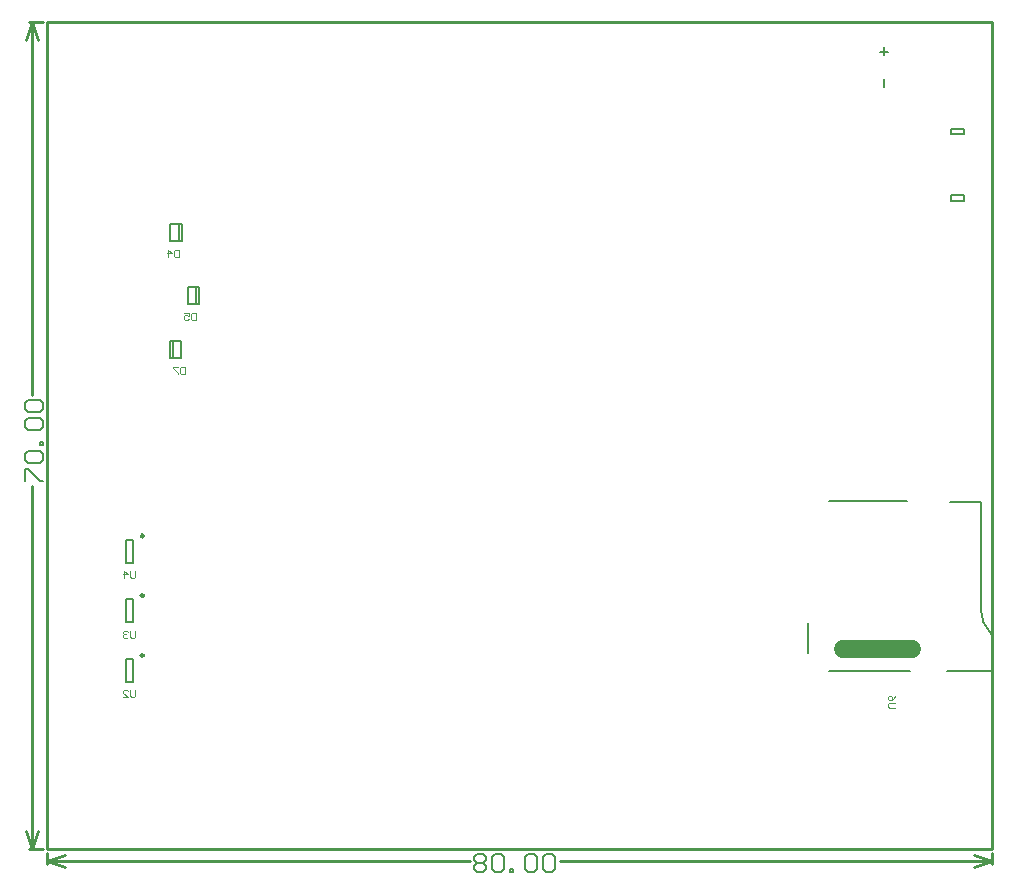
<source format=gbo>
G04*
G04 #@! TF.GenerationSoftware,Altium Limited,Altium Designer,18.1.9 (240)*
G04*
G04 Layer_Color=32896*
%FSLAX24Y24*%
%MOIN*%
G70*
G01*
G75*
%ADD10C,0.0079*%
%ADD14C,0.0100*%
%ADD16C,0.0060*%
%ADD18C,0.0040*%
%ADD19C,0.0050*%
%ADD112C,0.0059*%
%ADD113C,0.0591*%
D10*
X4379Y20274D02*
Y20826D01*
X4497Y20274D02*
Y20826D01*
X4103Y20274D02*
Y20826D01*
Y20274D02*
X4497D01*
X4103Y20826D02*
X4497D01*
X4948Y18174D02*
Y18726D01*
X5066Y18174D02*
Y18726D01*
X4672Y18174D02*
Y18726D01*
Y18174D02*
X5066D01*
X4672Y18726D02*
X5066D01*
X4191Y16374D02*
Y16926D01*
X4072Y16374D02*
Y16926D01*
X4466Y16374D02*
Y16926D01*
X4072D02*
X4466D01*
X4072Y16374D02*
X4466D01*
X2616Y6334D02*
X2797D01*
X2669D02*
X2866D01*
Y5566D02*
Y6334D01*
X2616Y5566D02*
X2866D01*
X2616D02*
Y6334D01*
Y8325D02*
X2797D01*
X2669D02*
X2866D01*
Y7557D02*
Y8325D01*
X2616Y7557D02*
X2866D01*
X2616D02*
Y8325D01*
Y10315D02*
X2797D01*
X2669D02*
X2866D01*
Y9548D02*
Y10315D01*
X2616Y9548D02*
X2866D01*
X2616D02*
Y10315D01*
D14*
X3216Y6456D02*
G03*
X3216Y6456I-50J0D01*
G01*
Y8447D02*
G03*
X3216Y8447I-50J0D01*
G01*
Y10437D02*
G03*
X3216Y10437I-50J0D01*
G01*
X31496Y0D02*
Y27559D01*
X0D02*
X31496D01*
X0Y0D02*
X31496D01*
X0D02*
Y27559D01*
X-700Y600D02*
X-500Y0D01*
X-300Y600D01*
X-500Y27559D02*
X-300Y26959D01*
X-700D02*
X-500Y27559D01*
Y0D02*
Y12110D01*
Y15129D02*
Y27559D01*
X-600Y0D02*
X-150D01*
X-600Y27559D02*
X-150D01*
X0Y-400D02*
X600Y-200D01*
X0Y-400D02*
X600Y-600D01*
X30896D02*
X31496Y-400D01*
X30896Y-200D02*
X31496Y-400D01*
X0D02*
X14078D01*
X17098D02*
X31496D01*
X0Y-500D02*
Y-150D01*
X31496Y-500D02*
Y-150D01*
D16*
X27900Y26450D02*
Y26717D01*
X28033Y26583D02*
X27767D01*
X27900Y25400D02*
Y25667D01*
X-740Y12270D02*
Y12670D01*
X-640D01*
X-240Y12270D01*
X-140D01*
X-640Y12870D02*
X-740Y12970D01*
Y13170D01*
X-640Y13270D01*
X-240D01*
X-140Y13170D01*
Y12970D01*
X-240Y12870D01*
X-640D01*
X-140Y13470D02*
X-240D01*
Y13570D01*
X-140D01*
Y13470D01*
X-640Y13969D02*
X-740Y14069D01*
Y14269D01*
X-640Y14369D01*
X-240D01*
X-140Y14269D01*
Y14069D01*
X-240Y13969D01*
X-640D01*
Y14569D02*
X-740Y14669D01*
Y14869D01*
X-640Y14969D01*
X-240D01*
X-140Y14869D01*
Y14669D01*
X-240Y14569D01*
X-640D01*
X14238Y-260D02*
X14338Y-160D01*
X14538D01*
X14638Y-260D01*
Y-360D01*
X14538Y-460D01*
X14638Y-560D01*
Y-660D01*
X14538Y-760D01*
X14338D01*
X14238Y-660D01*
Y-560D01*
X14338Y-460D01*
X14238Y-360D01*
Y-260D01*
X14338Y-460D02*
X14538D01*
X14838Y-260D02*
X14938Y-160D01*
X15138D01*
X15238Y-260D01*
Y-660D01*
X15138Y-760D01*
X14938D01*
X14838Y-660D01*
Y-260D01*
X15438Y-760D02*
Y-660D01*
X15538D01*
Y-760D01*
X15438D01*
X15938Y-260D02*
X16038Y-160D01*
X16238D01*
X16338Y-260D01*
Y-660D01*
X16238Y-760D01*
X16038D01*
X15938Y-660D01*
Y-260D01*
X16538D02*
X16638Y-160D01*
X16838D01*
X16938Y-260D01*
Y-660D01*
X16838Y-760D01*
X16638D01*
X16538Y-660D01*
Y-260D01*
D18*
X4380Y19970D02*
Y19730D01*
X4260D01*
X4220Y19770D01*
Y19930D01*
X4260Y19970D01*
X4380D01*
X4020Y19730D02*
Y19970D01*
X4140Y19850D01*
X3980D01*
X4950Y17870D02*
Y17630D01*
X4830D01*
X4790Y17670D01*
Y17830D01*
X4830Y17870D01*
X4950D01*
X4550D02*
X4710D01*
Y17750D01*
X4630Y17790D01*
X4590D01*
X4550Y17750D01*
Y17670D01*
X4590Y17630D01*
X4670D01*
X4710Y17670D01*
X4590Y16070D02*
Y15830D01*
X4470D01*
X4430Y15870D01*
Y16030D01*
X4470Y16070D01*
X4590D01*
X4350D02*
X4190D01*
Y16030D01*
X4350Y15870D01*
Y15830D01*
X2930Y5290D02*
Y5090D01*
X2890Y5050D01*
X2810D01*
X2770Y5090D01*
Y5290D01*
X2530Y5050D02*
X2690D01*
X2530Y5210D01*
Y5250D01*
X2570Y5290D01*
X2650D01*
X2690Y5250D01*
X2930Y7280D02*
Y7080D01*
X2890Y7040D01*
X2810D01*
X2770Y7080D01*
Y7280D01*
X2690Y7240D02*
X2650Y7280D01*
X2570D01*
X2530Y7240D01*
Y7200D01*
X2570Y7160D01*
X2610D01*
X2570D01*
X2530Y7120D01*
Y7080D01*
X2570Y7040D01*
X2650D01*
X2690Y7080D01*
X2930Y9270D02*
Y9070D01*
X2890Y9030D01*
X2810D01*
X2770Y9070D01*
Y9270D01*
X2570Y9030D02*
Y9270D01*
X2690Y9150D01*
X2530D01*
X28270Y4710D02*
X28070D01*
X28030Y4750D01*
Y4830D01*
X28070Y4870D01*
X28270D01*
Y5110D02*
X28230Y5030D01*
X28150Y4950D01*
X28070D01*
X28030Y4990D01*
Y5070D01*
X28070Y5110D01*
X28110D01*
X28150Y5070D01*
Y4950D01*
D19*
X31106Y8027D02*
G03*
X31459Y7173I1207J0D01*
G01*
X26042Y5934D02*
X28742Y5934D01*
X26042Y11584D02*
X28642Y11584D01*
X30081Y11583D02*
X31106D01*
X29981Y5933D02*
X31106Y5933D01*
X30981Y5933D02*
X31499D01*
X31106Y8533D02*
X31106Y8027D01*
X31459Y7173D02*
X31499Y7133D01*
X31106Y11583D02*
X31106Y8533D01*
X31499Y5933D02*
X31499Y7133D01*
X30564Y23834D02*
Y24014D01*
X30124Y23834D02*
Y24014D01*
Y23834D02*
X30564D01*
X30124Y24014D02*
X30564D01*
Y21610D02*
Y21790D01*
X30124Y21610D02*
Y21790D01*
Y21610D02*
X30564D01*
X30124Y21790D02*
X30564D01*
D112*
X25342Y6534D02*
X25342Y7534D01*
D113*
X26531Y6683D02*
X28831Y6683D01*
M02*

</source>
